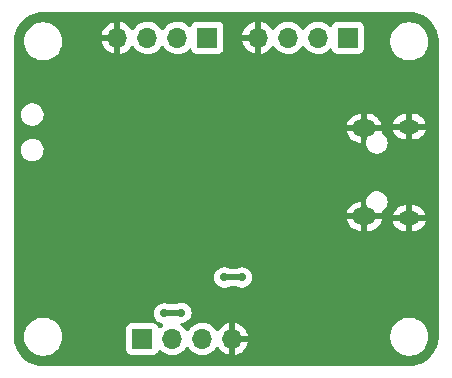
<source format=gbr>
%TF.GenerationSoftware,KiCad,Pcbnew,(6.0.7)*%
%TF.CreationDate,2022-08-14T12:50:59+03:00*%
%TF.ProjectId,STM32F103C8T6,53544d33-3246-4313-9033-433854362e6b,rev?*%
%TF.SameCoordinates,Original*%
%TF.FileFunction,Copper,L2,Bot*%
%TF.FilePolarity,Positive*%
%FSLAX46Y46*%
G04 Gerber Fmt 4.6, Leading zero omitted, Abs format (unit mm)*
G04 Created by KiCad (PCBNEW (6.0.7)) date 2022-08-14 12:50:59*
%MOMM*%
%LPD*%
G01*
G04 APERTURE LIST*
%TA.AperFunction,ComponentPad*%
%ADD10R,1.700000X1.700000*%
%TD*%
%TA.AperFunction,ComponentPad*%
%ADD11O,1.700000X1.700000*%
%TD*%
%TA.AperFunction,ComponentPad*%
%ADD12O,2.000000X1.450000*%
%TD*%
%TA.AperFunction,ComponentPad*%
%ADD13O,1.800000X1.150000*%
%TD*%
%TA.AperFunction,ViaPad*%
%ADD14C,0.700000*%
%TD*%
%TA.AperFunction,Conductor*%
%ADD15C,0.500000*%
%TD*%
G04 APERTURE END LIST*
D10*
%TO.P,J1,1,Pin_1*%
%TO.N,+3.3V*%
X97900000Y-58700000D03*
D11*
%TO.P,J1,2,Pin_2*%
%TO.N,/USART_TX1*%
X95360000Y-58700000D03*
%TO.P,J1,3,Pin_3*%
%TO.N,/USART_RX1*%
X92820000Y-58700000D03*
%TO.P,J1,4,Pin_4*%
%TO.N,GND*%
X90280000Y-58700000D03*
%TD*%
D10*
%TO.P,J2,1,Pin_1*%
%TO.N,+3.3V*%
X92390000Y-84200000D03*
D11*
%TO.P,J2,2,Pin_2*%
%TO.N,/I2C2_SCL*%
X94930000Y-84200000D03*
%TO.P,J2,3,Pin_3*%
%TO.N,/I2C2_SDA*%
X97470000Y-84200000D03*
%TO.P,J2,4,Pin_4*%
%TO.N,GND*%
X100010000Y-84200000D03*
%TD*%
D10*
%TO.P,J3,1,Pin_1*%
%TO.N,+3.3V*%
X109800000Y-58700000D03*
D11*
%TO.P,J3,2,Pin_2*%
%TO.N,/SWDIO*%
X107260000Y-58700000D03*
%TO.P,J3,3,Pin_3*%
%TO.N,/SWDCLK*%
X104720000Y-58700000D03*
%TO.P,J3,4,Pin_4*%
%TO.N,GND*%
X102180000Y-58700000D03*
%TD*%
D12*
%TO.P,J4,6,Shield*%
%TO.N,GND*%
X111200000Y-73825000D03*
X111200000Y-66375000D03*
D13*
X115000000Y-73975000D03*
X115000000Y-66225000D03*
%TD*%
D14*
%TO.N,GND*%
X108458000Y-78994000D03*
X91190000Y-67700000D03*
X93750000Y-67500000D03*
X112776000Y-76200000D03*
X96250000Y-68818000D03*
X91250000Y-78230000D03*
X87630000Y-72898000D03*
X83820000Y-66294000D03*
X92227183Y-70550781D03*
X108204000Y-74676000D03*
X109950498Y-68900000D03*
X108204000Y-73660000D03*
X91340000Y-76290000D03*
X116750000Y-77010000D03*
X100750000Y-74500000D03*
X109474000Y-78994000D03*
X89662000Y-67310000D03*
X105500000Y-69500000D03*
X95740000Y-72220000D03*
X97490000Y-77510000D03*
%TO.N,+3.3V*%
X94230500Y-82042000D03*
X99350500Y-78994000D03*
X100838000Y-78994000D03*
X95696240Y-81973004D03*
%TD*%
D15*
%TO.N,+3.3V*%
X100838000Y-78994000D02*
X99350500Y-78994000D01*
X95696240Y-81973004D02*
X94299496Y-81973004D01*
X94299496Y-81973004D02*
X94230500Y-82042000D01*
%TD*%
%TA.AperFunction,Conductor*%
%TO.N,GND*%
G36*
X114970018Y-56510000D02*
G01*
X114984851Y-56512310D01*
X114984855Y-56512310D01*
X114993724Y-56513691D01*
X115010923Y-56511442D01*
X115034863Y-56510609D01*
X115292710Y-56526206D01*
X115307814Y-56528040D01*
X115379786Y-56541229D01*
X115588760Y-56579525D01*
X115603526Y-56583164D01*
X115876231Y-56668142D01*
X115890445Y-56673534D01*
X116108223Y-56771547D01*
X116150906Y-56790757D01*
X116164379Y-56797828D01*
X116408813Y-56945595D01*
X116421334Y-56954238D01*
X116646171Y-57130385D01*
X116657560Y-57140475D01*
X116859525Y-57342440D01*
X116869614Y-57353828D01*
X116884770Y-57373173D01*
X117045762Y-57578666D01*
X117054405Y-57591187D01*
X117202172Y-57835621D01*
X117209242Y-57849092D01*
X117326466Y-58109555D01*
X117331858Y-58123769D01*
X117378071Y-58272072D01*
X117416836Y-58396473D01*
X117420475Y-58411240D01*
X117437881Y-58506221D01*
X117471960Y-58692186D01*
X117473794Y-58707290D01*
X117488953Y-58957904D01*
X117487692Y-58984716D01*
X117487690Y-58984852D01*
X117486309Y-58993724D01*
X117487473Y-59002626D01*
X117487473Y-59002628D01*
X117490436Y-59025283D01*
X117491500Y-59041621D01*
X117491500Y-83950633D01*
X117490000Y-83970018D01*
X117487690Y-83984851D01*
X117487690Y-83984855D01*
X117486309Y-83993724D01*
X117488558Y-84010919D01*
X117489391Y-84034863D01*
X117473794Y-84292710D01*
X117471960Y-84307814D01*
X117436162Y-84503164D01*
X117420477Y-84588754D01*
X117416836Y-84603526D01*
X117332342Y-84874678D01*
X117331859Y-84876227D01*
X117326466Y-84890445D01*
X117212303Y-85144106D01*
X117209243Y-85150906D01*
X117202172Y-85164379D01*
X117054405Y-85408813D01*
X117045762Y-85421334D01*
X116869615Y-85646171D01*
X116859525Y-85657560D01*
X116657560Y-85859525D01*
X116646171Y-85869615D01*
X116421334Y-86045762D01*
X116408813Y-86054405D01*
X116164379Y-86202172D01*
X116150908Y-86209242D01*
X115890445Y-86326466D01*
X115876231Y-86331858D01*
X115603527Y-86416836D01*
X115588760Y-86420475D01*
X115379786Y-86458771D01*
X115307814Y-86471960D01*
X115292710Y-86473794D01*
X115042096Y-86488953D01*
X115015284Y-86487692D01*
X115015148Y-86487690D01*
X115006276Y-86486309D01*
X114997374Y-86487473D01*
X114997372Y-86487473D01*
X114982707Y-86489391D01*
X114974714Y-86490436D01*
X114958379Y-86491500D01*
X84049367Y-86491500D01*
X84029982Y-86490000D01*
X84015149Y-86487690D01*
X84015145Y-86487690D01*
X84006276Y-86486309D01*
X83989077Y-86488558D01*
X83965137Y-86489391D01*
X83707290Y-86473794D01*
X83692186Y-86471960D01*
X83620214Y-86458771D01*
X83411240Y-86420475D01*
X83396473Y-86416836D01*
X83123769Y-86331858D01*
X83109555Y-86326466D01*
X82849092Y-86209242D01*
X82835621Y-86202172D01*
X82591187Y-86054405D01*
X82578666Y-86045762D01*
X82353829Y-85869615D01*
X82342440Y-85859525D01*
X82140475Y-85657560D01*
X82130385Y-85646171D01*
X81954238Y-85421334D01*
X81945595Y-85408813D01*
X81797828Y-85164379D01*
X81790757Y-85150906D01*
X81787697Y-85144106D01*
X81673534Y-84890445D01*
X81668141Y-84876227D01*
X81667659Y-84874678D01*
X81583164Y-84603526D01*
X81579523Y-84588754D01*
X81563839Y-84503164D01*
X81528040Y-84307814D01*
X81526206Y-84292710D01*
X81511269Y-84045768D01*
X81512520Y-84022216D01*
X81512334Y-84022199D01*
X81512769Y-84017350D01*
X81513576Y-84012552D01*
X81513729Y-84000000D01*
X82386526Y-84000000D01*
X82406391Y-84252403D01*
X82407545Y-84257210D01*
X82407546Y-84257216D01*
X82417894Y-84300317D01*
X82465495Y-84498591D01*
X82467388Y-84503162D01*
X82467389Y-84503164D01*
X82547543Y-84696672D01*
X82562384Y-84732502D01*
X82694672Y-84948376D01*
X82859102Y-85140898D01*
X83051624Y-85305328D01*
X83267498Y-85437616D01*
X83272068Y-85439509D01*
X83272072Y-85439511D01*
X83496228Y-85532359D01*
X83501409Y-85534505D01*
X83580809Y-85553567D01*
X83742784Y-85592454D01*
X83742790Y-85592455D01*
X83747597Y-85593609D01*
X83847416Y-85601465D01*
X83934345Y-85608307D01*
X83934352Y-85608307D01*
X83936801Y-85608500D01*
X84063199Y-85608500D01*
X84065648Y-85608307D01*
X84065655Y-85608307D01*
X84152584Y-85601465D01*
X84252403Y-85593609D01*
X84257210Y-85592455D01*
X84257216Y-85592454D01*
X84419191Y-85553567D01*
X84498591Y-85534505D01*
X84503772Y-85532359D01*
X84727928Y-85439511D01*
X84727932Y-85439509D01*
X84732502Y-85437616D01*
X84948376Y-85305328D01*
X85140898Y-85140898D01*
X85177422Y-85098134D01*
X91031500Y-85098134D01*
X91038255Y-85160316D01*
X91089385Y-85296705D01*
X91176739Y-85413261D01*
X91293295Y-85500615D01*
X91429684Y-85551745D01*
X91491866Y-85558500D01*
X93288134Y-85558500D01*
X93350316Y-85551745D01*
X93486705Y-85500615D01*
X93603261Y-85413261D01*
X93690615Y-85296705D01*
X93712799Y-85237529D01*
X93734598Y-85179382D01*
X93777240Y-85122618D01*
X93843802Y-85097918D01*
X93913150Y-85113126D01*
X93947817Y-85141114D01*
X93976250Y-85173938D01*
X94148126Y-85316632D01*
X94341000Y-85429338D01*
X94549692Y-85509030D01*
X94554760Y-85510061D01*
X94554763Y-85510062D01*
X94649862Y-85529410D01*
X94768597Y-85553567D01*
X94773772Y-85553757D01*
X94773774Y-85553757D01*
X94986673Y-85561564D01*
X94986677Y-85561564D01*
X94991837Y-85561753D01*
X94996957Y-85561097D01*
X94996959Y-85561097D01*
X95208288Y-85534025D01*
X95208289Y-85534025D01*
X95213416Y-85533368D01*
X95218366Y-85531883D01*
X95422429Y-85470661D01*
X95422434Y-85470659D01*
X95427384Y-85469174D01*
X95627994Y-85370896D01*
X95809860Y-85241173D01*
X95968096Y-85083489D01*
X96098453Y-84902077D01*
X96099776Y-84903028D01*
X96146645Y-84859857D01*
X96216580Y-84847625D01*
X96282026Y-84875144D01*
X96309875Y-84906994D01*
X96369987Y-85005088D01*
X96516250Y-85173938D01*
X96688126Y-85316632D01*
X96881000Y-85429338D01*
X97089692Y-85509030D01*
X97094760Y-85510061D01*
X97094763Y-85510062D01*
X97189862Y-85529410D01*
X97308597Y-85553567D01*
X97313772Y-85553757D01*
X97313774Y-85553757D01*
X97526673Y-85561564D01*
X97526677Y-85561564D01*
X97531837Y-85561753D01*
X97536957Y-85561097D01*
X97536959Y-85561097D01*
X97748288Y-85534025D01*
X97748289Y-85534025D01*
X97753416Y-85533368D01*
X97758366Y-85531883D01*
X97962429Y-85470661D01*
X97962434Y-85470659D01*
X97967384Y-85469174D01*
X98167994Y-85370896D01*
X98349860Y-85241173D01*
X98508096Y-85083489D01*
X98638453Y-84902077D01*
X98639640Y-84902930D01*
X98686960Y-84859362D01*
X98756897Y-84847145D01*
X98822338Y-84874678D01*
X98850166Y-84906511D01*
X98907694Y-85000388D01*
X98913777Y-85008699D01*
X99053213Y-85169667D01*
X99060580Y-85176883D01*
X99224434Y-85312916D01*
X99232881Y-85318831D01*
X99416756Y-85426279D01*
X99426042Y-85430729D01*
X99625001Y-85506703D01*
X99634899Y-85509579D01*
X99738250Y-85530606D01*
X99752299Y-85529410D01*
X99756000Y-85519065D01*
X99756000Y-85518517D01*
X100264000Y-85518517D01*
X100268064Y-85532359D01*
X100281478Y-85534393D01*
X100288184Y-85533534D01*
X100298262Y-85531392D01*
X100502255Y-85470191D01*
X100511842Y-85466433D01*
X100703095Y-85372739D01*
X100711945Y-85367464D01*
X100885328Y-85243792D01*
X100893200Y-85237139D01*
X101044052Y-85086812D01*
X101050730Y-85078965D01*
X101175003Y-84906020D01*
X101180313Y-84897183D01*
X101274670Y-84706267D01*
X101278469Y-84696672D01*
X101340377Y-84492910D01*
X101342555Y-84482837D01*
X101343986Y-84471962D01*
X101341775Y-84457778D01*
X101328617Y-84454000D01*
X100282115Y-84454000D01*
X100266876Y-84458475D01*
X100265671Y-84459865D01*
X100264000Y-84467548D01*
X100264000Y-85518517D01*
X99756000Y-85518517D01*
X99756000Y-84000000D01*
X113386526Y-84000000D01*
X113406391Y-84252403D01*
X113407545Y-84257210D01*
X113407546Y-84257216D01*
X113417894Y-84300317D01*
X113465495Y-84498591D01*
X113467388Y-84503162D01*
X113467389Y-84503164D01*
X113547543Y-84696672D01*
X113562384Y-84732502D01*
X113694672Y-84948376D01*
X113859102Y-85140898D01*
X114051624Y-85305328D01*
X114267498Y-85437616D01*
X114272068Y-85439509D01*
X114272072Y-85439511D01*
X114496228Y-85532359D01*
X114501409Y-85534505D01*
X114580809Y-85553567D01*
X114742784Y-85592454D01*
X114742790Y-85592455D01*
X114747597Y-85593609D01*
X114847416Y-85601465D01*
X114934345Y-85608307D01*
X114934352Y-85608307D01*
X114936801Y-85608500D01*
X115063199Y-85608500D01*
X115065648Y-85608307D01*
X115065655Y-85608307D01*
X115152584Y-85601465D01*
X115252403Y-85593609D01*
X115257210Y-85592455D01*
X115257216Y-85592454D01*
X115419191Y-85553567D01*
X115498591Y-85534505D01*
X115503772Y-85532359D01*
X115727928Y-85439511D01*
X115727932Y-85439509D01*
X115732502Y-85437616D01*
X115948376Y-85305328D01*
X116140898Y-85140898D01*
X116305328Y-84948376D01*
X116437616Y-84732502D01*
X116452458Y-84696672D01*
X116532611Y-84503164D01*
X116532612Y-84503162D01*
X116534505Y-84498591D01*
X116582106Y-84300317D01*
X116592454Y-84257216D01*
X116592455Y-84257210D01*
X116593609Y-84252403D01*
X116613474Y-84000000D01*
X116593609Y-83747597D01*
X116584921Y-83711406D01*
X116539447Y-83521993D01*
X116534505Y-83501409D01*
X116470432Y-83346722D01*
X116439511Y-83272072D01*
X116439509Y-83272068D01*
X116437616Y-83267498D01*
X116305328Y-83051624D01*
X116140898Y-82859102D01*
X115948376Y-82694672D01*
X115732502Y-82562384D01*
X115727932Y-82560491D01*
X115727928Y-82560489D01*
X115503164Y-82467389D01*
X115503162Y-82467388D01*
X115498591Y-82465495D01*
X115413968Y-82445179D01*
X115257216Y-82407546D01*
X115257210Y-82407545D01*
X115252403Y-82406391D01*
X115152584Y-82398535D01*
X115065655Y-82391693D01*
X115065648Y-82391693D01*
X115063199Y-82391500D01*
X114936801Y-82391500D01*
X114934352Y-82391693D01*
X114934345Y-82391693D01*
X114847416Y-82398535D01*
X114747597Y-82406391D01*
X114742790Y-82407545D01*
X114742784Y-82407546D01*
X114586032Y-82445179D01*
X114501409Y-82465495D01*
X114496838Y-82467388D01*
X114496836Y-82467389D01*
X114272072Y-82560489D01*
X114272068Y-82560491D01*
X114267498Y-82562384D01*
X114051624Y-82694672D01*
X113859102Y-82859102D01*
X113694672Y-83051624D01*
X113562384Y-83267498D01*
X113560491Y-83272068D01*
X113560489Y-83272072D01*
X113529568Y-83346722D01*
X113465495Y-83501409D01*
X113460553Y-83521993D01*
X113415080Y-83711406D01*
X113406391Y-83747597D01*
X113386526Y-84000000D01*
X99756000Y-84000000D01*
X99756000Y-83927885D01*
X100264000Y-83927885D01*
X100268475Y-83943124D01*
X100269865Y-83944329D01*
X100277548Y-83946000D01*
X101328344Y-83946000D01*
X101341875Y-83942027D01*
X101343180Y-83932947D01*
X101301214Y-83765875D01*
X101297894Y-83756124D01*
X101212972Y-83560814D01*
X101208105Y-83551739D01*
X101092426Y-83372926D01*
X101086136Y-83364757D01*
X100942806Y-83207240D01*
X100935273Y-83200215D01*
X100768139Y-83068222D01*
X100759552Y-83062517D01*
X100573117Y-82959599D01*
X100563705Y-82955369D01*
X100362959Y-82884280D01*
X100352988Y-82881646D01*
X100281837Y-82868972D01*
X100268540Y-82870432D01*
X100264000Y-82884989D01*
X100264000Y-83927885D01*
X99756000Y-83927885D01*
X99756000Y-82883102D01*
X99752082Y-82869758D01*
X99737806Y-82867771D01*
X99699324Y-82873660D01*
X99689288Y-82876051D01*
X99486868Y-82942212D01*
X99477359Y-82946209D01*
X99288463Y-83044542D01*
X99279738Y-83050036D01*
X99109433Y-83177905D01*
X99101726Y-83184748D01*
X98954590Y-83338717D01*
X98948109Y-83346722D01*
X98843498Y-83500074D01*
X98788587Y-83545076D01*
X98718062Y-83553247D01*
X98654315Y-83521993D01*
X98633618Y-83497509D01*
X98552822Y-83372617D01*
X98552820Y-83372614D01*
X98550014Y-83368277D01*
X98399670Y-83203051D01*
X98395619Y-83199852D01*
X98395615Y-83199848D01*
X98228414Y-83067800D01*
X98228410Y-83067798D01*
X98224359Y-83064598D01*
X98188028Y-83044542D01*
X98172136Y-83035769D01*
X98028789Y-82956638D01*
X98023920Y-82954914D01*
X98023916Y-82954912D01*
X97823087Y-82883795D01*
X97823083Y-82883794D01*
X97818212Y-82882069D01*
X97813119Y-82881162D01*
X97813116Y-82881161D01*
X97603373Y-82843800D01*
X97603367Y-82843799D01*
X97598284Y-82842894D01*
X97524452Y-82841992D01*
X97380081Y-82840228D01*
X97380079Y-82840228D01*
X97374911Y-82840165D01*
X97154091Y-82873955D01*
X96941756Y-82943357D01*
X96868757Y-82981358D01*
X96817398Y-83008094D01*
X96743607Y-83046507D01*
X96739474Y-83049610D01*
X96739471Y-83049612D01*
X96569100Y-83177530D01*
X96564965Y-83180635D01*
X96561393Y-83184373D01*
X96453729Y-83297037D01*
X96410629Y-83342138D01*
X96303201Y-83499621D01*
X96248293Y-83544621D01*
X96177768Y-83552792D01*
X96114021Y-83521538D01*
X96093324Y-83497054D01*
X96012822Y-83372617D01*
X96012820Y-83372614D01*
X96010014Y-83368277D01*
X95859670Y-83203051D01*
X95855619Y-83199852D01*
X95855615Y-83199848D01*
X95688419Y-83067804D01*
X95688413Y-83067800D01*
X95684359Y-83064598D01*
X95680269Y-83062340D01*
X95634693Y-83008094D01*
X95625661Y-82937675D01*
X95656135Y-82873551D01*
X95716438Y-82836081D01*
X95750091Y-82831504D01*
X95786472Y-82831504D01*
X95792925Y-82830132D01*
X95792929Y-82830132D01*
X95874732Y-82812744D01*
X95962992Y-82793984D01*
X96103324Y-82731504D01*
X96121825Y-82723267D01*
X96121827Y-82723266D01*
X96127855Y-82720582D01*
X96133197Y-82716701D01*
X96268509Y-82618391D01*
X96268511Y-82618389D01*
X96273853Y-82614508D01*
X96394607Y-82480397D01*
X96484839Y-82324111D01*
X96540605Y-82152479D01*
X96559469Y-81973004D01*
X96540605Y-81793529D01*
X96484839Y-81621897D01*
X96394607Y-81465611D01*
X96273853Y-81331500D01*
X96228162Y-81298303D01*
X96133197Y-81229307D01*
X96133196Y-81229306D01*
X96127855Y-81225426D01*
X96121827Y-81222742D01*
X96121825Y-81222741D01*
X95969023Y-81154709D01*
X95969021Y-81154709D01*
X95962992Y-81152024D01*
X95874732Y-81133264D01*
X95792929Y-81115876D01*
X95792925Y-81115876D01*
X95786472Y-81114504D01*
X95606008Y-81114504D01*
X95599555Y-81115876D01*
X95599551Y-81115876D01*
X95517748Y-81133264D01*
X95429488Y-81152024D01*
X95423459Y-81154708D01*
X95423457Y-81154709D01*
X95313623Y-81203611D01*
X95262374Y-81214504D01*
X94479841Y-81214504D01*
X94453644Y-81211751D01*
X94327189Y-81184872D01*
X94327185Y-81184872D01*
X94320732Y-81183500D01*
X94140268Y-81183500D01*
X94133815Y-81184872D01*
X94133811Y-81184872D01*
X94052008Y-81202260D01*
X93963748Y-81221020D01*
X93957719Y-81223704D01*
X93957717Y-81223705D01*
X93804916Y-81291737D01*
X93804914Y-81291738D01*
X93798886Y-81294422D01*
X93793545Y-81298302D01*
X93793544Y-81298303D01*
X93658231Y-81396613D01*
X93658229Y-81396615D01*
X93652887Y-81400496D01*
X93532133Y-81534607D01*
X93441901Y-81690893D01*
X93386135Y-81862525D01*
X93367271Y-82042000D01*
X93386135Y-82221475D01*
X93441901Y-82393107D01*
X93445204Y-82398829D01*
X93445205Y-82398830D01*
X93450237Y-82407546D01*
X93532133Y-82549393D01*
X93536551Y-82554300D01*
X93536552Y-82554301D01*
X93586341Y-82609597D01*
X93652887Y-82683504D01*
X93658229Y-82687385D01*
X93658231Y-82687387D01*
X93703920Y-82720582D01*
X93798885Y-82789578D01*
X93804913Y-82792262D01*
X93804915Y-82792263D01*
X93957717Y-82860295D01*
X93963748Y-82862980D01*
X93970203Y-82864352D01*
X93970206Y-82864353D01*
X94070121Y-82885590D01*
X94132595Y-82919318D01*
X94166917Y-82981467D01*
X94162189Y-83052307D01*
X94119578Y-83109597D01*
X94029100Y-83177530D01*
X94024965Y-83180635D01*
X93945990Y-83263278D01*
X93944283Y-83265064D01*
X93882759Y-83300494D01*
X93811846Y-83297037D01*
X93754060Y-83255791D01*
X93735207Y-83222243D01*
X93693767Y-83111703D01*
X93690615Y-83103295D01*
X93603261Y-82986739D01*
X93486705Y-82899385D01*
X93350316Y-82848255D01*
X93288134Y-82841500D01*
X91491866Y-82841500D01*
X91429684Y-82848255D01*
X91293295Y-82899385D01*
X91176739Y-82986739D01*
X91089385Y-83103295D01*
X91038255Y-83239684D01*
X91031500Y-83301866D01*
X91031500Y-85098134D01*
X85177422Y-85098134D01*
X85305328Y-84948376D01*
X85437616Y-84732502D01*
X85452458Y-84696672D01*
X85532611Y-84503164D01*
X85532612Y-84503162D01*
X85534505Y-84498591D01*
X85582106Y-84300317D01*
X85592454Y-84257216D01*
X85592455Y-84257210D01*
X85593609Y-84252403D01*
X85613474Y-84000000D01*
X85593609Y-83747597D01*
X85584921Y-83711406D01*
X85539447Y-83521993D01*
X85534505Y-83501409D01*
X85470432Y-83346722D01*
X85439511Y-83272072D01*
X85439509Y-83272068D01*
X85437616Y-83267498D01*
X85305328Y-83051624D01*
X85140898Y-82859102D01*
X84948376Y-82694672D01*
X84732502Y-82562384D01*
X84727932Y-82560491D01*
X84727928Y-82560489D01*
X84503164Y-82467389D01*
X84503162Y-82467388D01*
X84498591Y-82465495D01*
X84413968Y-82445179D01*
X84257216Y-82407546D01*
X84257210Y-82407545D01*
X84252403Y-82406391D01*
X84152584Y-82398535D01*
X84065655Y-82391693D01*
X84065648Y-82391693D01*
X84063199Y-82391500D01*
X83936801Y-82391500D01*
X83934352Y-82391693D01*
X83934345Y-82391693D01*
X83847416Y-82398535D01*
X83747597Y-82406391D01*
X83742790Y-82407545D01*
X83742784Y-82407546D01*
X83586032Y-82445179D01*
X83501409Y-82465495D01*
X83496838Y-82467388D01*
X83496836Y-82467389D01*
X83272072Y-82560489D01*
X83272068Y-82560491D01*
X83267498Y-82562384D01*
X83051624Y-82694672D01*
X82859102Y-82859102D01*
X82694672Y-83051624D01*
X82562384Y-83267498D01*
X82560491Y-83272068D01*
X82560489Y-83272072D01*
X82529568Y-83346722D01*
X82465495Y-83501409D01*
X82460553Y-83521993D01*
X82415080Y-83711406D01*
X82406391Y-83747597D01*
X82386526Y-84000000D01*
X81513729Y-84000000D01*
X81509773Y-83972376D01*
X81508500Y-83954514D01*
X81508500Y-78994000D01*
X98487271Y-78994000D01*
X98506135Y-79173475D01*
X98561901Y-79345107D01*
X98652133Y-79501393D01*
X98772887Y-79635504D01*
X98918885Y-79741578D01*
X98924913Y-79744262D01*
X98924915Y-79744263D01*
X98943416Y-79752500D01*
X99083748Y-79814980D01*
X99172008Y-79833740D01*
X99253811Y-79851128D01*
X99253815Y-79851128D01*
X99260268Y-79852500D01*
X99440732Y-79852500D01*
X99447185Y-79851128D01*
X99447189Y-79851128D01*
X99528992Y-79833740D01*
X99617252Y-79814980D01*
X99733118Y-79763393D01*
X99784367Y-79752500D01*
X100404133Y-79752500D01*
X100455382Y-79763393D01*
X100571248Y-79814980D01*
X100659508Y-79833740D01*
X100741311Y-79851128D01*
X100741315Y-79851128D01*
X100747768Y-79852500D01*
X100928232Y-79852500D01*
X100934685Y-79851128D01*
X100934689Y-79851128D01*
X101016492Y-79833740D01*
X101104752Y-79814980D01*
X101245084Y-79752500D01*
X101263585Y-79744263D01*
X101263587Y-79744262D01*
X101269615Y-79741578D01*
X101415613Y-79635504D01*
X101536367Y-79501393D01*
X101626599Y-79345107D01*
X101682365Y-79173475D01*
X101701229Y-78994000D01*
X101682365Y-78814525D01*
X101626599Y-78642893D01*
X101536367Y-78486607D01*
X101415613Y-78352496D01*
X101269615Y-78246422D01*
X101263587Y-78243738D01*
X101263585Y-78243737D01*
X101110783Y-78175705D01*
X101110781Y-78175705D01*
X101104752Y-78173020D01*
X101016492Y-78154260D01*
X100934689Y-78136872D01*
X100934685Y-78136872D01*
X100928232Y-78135500D01*
X100747768Y-78135500D01*
X100741315Y-78136872D01*
X100741311Y-78136872D01*
X100659508Y-78154260D01*
X100571248Y-78173020D01*
X100565219Y-78175704D01*
X100565217Y-78175705D01*
X100455383Y-78224607D01*
X100404134Y-78235500D01*
X99784367Y-78235500D01*
X99733118Y-78224607D01*
X99623283Y-78175705D01*
X99623281Y-78175705D01*
X99617252Y-78173020D01*
X99528992Y-78154260D01*
X99447189Y-78136872D01*
X99447185Y-78136872D01*
X99440732Y-78135500D01*
X99260268Y-78135500D01*
X99253815Y-78136872D01*
X99253811Y-78136872D01*
X99172008Y-78154260D01*
X99083748Y-78173020D01*
X99077719Y-78175704D01*
X99077717Y-78175705D01*
X98924916Y-78243737D01*
X98924914Y-78243738D01*
X98918886Y-78246422D01*
X98913545Y-78250302D01*
X98913544Y-78250303D01*
X98778231Y-78348613D01*
X98778229Y-78348615D01*
X98772887Y-78352496D01*
X98652133Y-78486607D01*
X98561901Y-78642893D01*
X98506135Y-78814525D01*
X98487271Y-78994000D01*
X81508500Y-78994000D01*
X81508500Y-74090670D01*
X109716616Y-74090670D01*
X109777138Y-74287400D01*
X109781359Y-74297744D01*
X109877164Y-74483362D01*
X109883149Y-74492793D01*
X110010314Y-74658517D01*
X110017870Y-74666734D01*
X110172369Y-74807318D01*
X110181268Y-74814072D01*
X110358211Y-74925069D01*
X110368177Y-74930146D01*
X110561969Y-75008050D01*
X110572684Y-75011285D01*
X110778186Y-75053843D01*
X110787322Y-75055046D01*
X110836735Y-75057895D01*
X110840382Y-75058000D01*
X110927885Y-75058000D01*
X110943124Y-75053525D01*
X110944329Y-75052135D01*
X110946000Y-75044452D01*
X110946000Y-75039885D01*
X111454000Y-75039885D01*
X111458475Y-75055124D01*
X111459865Y-75056329D01*
X111467548Y-75058000D01*
X111528041Y-75058000D01*
X111533636Y-75057751D01*
X111688633Y-75043917D01*
X111699647Y-75041935D01*
X111901116Y-74986820D01*
X111911589Y-74982926D01*
X112100123Y-74892999D01*
X112109738Y-74887313D01*
X112279365Y-74765424D01*
X112287831Y-74758116D01*
X112433191Y-74608117D01*
X112440221Y-74599435D01*
X112556728Y-74426055D01*
X112562107Y-74416269D01*
X112638431Y-74242399D01*
X113625428Y-74242399D01*
X113644940Y-74323361D01*
X113648829Y-74334656D01*
X113729400Y-74511863D01*
X113735347Y-74522205D01*
X113847979Y-74680987D01*
X113855772Y-74690016D01*
X113996393Y-74824631D01*
X114005768Y-74832035D01*
X114169292Y-74937620D01*
X114179906Y-74943121D01*
X114360449Y-75015883D01*
X114371898Y-75019275D01*
X114564391Y-75056866D01*
X114573201Y-75057936D01*
X114575828Y-75058000D01*
X114727885Y-75058000D01*
X114743124Y-75053525D01*
X114744329Y-75052135D01*
X114746000Y-75044452D01*
X114746000Y-75039885D01*
X115254000Y-75039885D01*
X115258475Y-75055124D01*
X115259865Y-75056329D01*
X115267548Y-75058000D01*
X115373637Y-75058000D01*
X115379613Y-75057715D01*
X115524745Y-75043868D01*
X115536480Y-75041609D01*
X115723268Y-74986812D01*
X115734351Y-74982379D01*
X115907406Y-74893249D01*
X115917461Y-74886793D01*
X116070537Y-74766551D01*
X116079190Y-74758311D01*
X116206760Y-74611299D01*
X116213702Y-74601567D01*
X116311177Y-74433076D01*
X116316150Y-74422215D01*
X116379065Y-74241038D01*
X116377918Y-74232993D01*
X116364349Y-74229000D01*
X115272115Y-74229000D01*
X115256876Y-74233475D01*
X115255671Y-74234865D01*
X115254000Y-74242548D01*
X115254000Y-75039885D01*
X114746000Y-75039885D01*
X114746000Y-74247115D01*
X114741525Y-74231876D01*
X114740135Y-74230671D01*
X114732452Y-74229000D01*
X113640314Y-74229000D01*
X113626783Y-74232973D01*
X113625428Y-74242399D01*
X112638431Y-74242399D01*
X112646067Y-74225004D01*
X112649632Y-74214412D01*
X112677912Y-74096615D01*
X112677207Y-74082530D01*
X112668328Y-74079000D01*
X111472115Y-74079000D01*
X111456876Y-74083475D01*
X111455671Y-74084865D01*
X111454000Y-74092548D01*
X111454000Y-75039885D01*
X110946000Y-75039885D01*
X110946000Y-74097115D01*
X110941525Y-74081876D01*
X110940135Y-74080671D01*
X110932452Y-74079000D01*
X109731774Y-74079000D01*
X109717790Y-74083106D01*
X109716616Y-74090670D01*
X81508500Y-74090670D01*
X81508500Y-73708962D01*
X113620935Y-73708962D01*
X113622082Y-73717007D01*
X113635651Y-73721000D01*
X114727885Y-73721000D01*
X114743124Y-73716525D01*
X114744329Y-73715135D01*
X114746000Y-73707452D01*
X114746000Y-73702885D01*
X115254000Y-73702885D01*
X115258475Y-73718124D01*
X115259865Y-73719329D01*
X115267548Y-73721000D01*
X116359686Y-73721000D01*
X116373217Y-73717027D01*
X116374572Y-73707601D01*
X116355060Y-73626639D01*
X116351171Y-73615344D01*
X116270600Y-73438137D01*
X116264653Y-73427795D01*
X116152021Y-73269013D01*
X116144228Y-73259984D01*
X116003607Y-73125369D01*
X115994232Y-73117965D01*
X115830708Y-73012380D01*
X115820094Y-73006879D01*
X115639551Y-72934117D01*
X115628102Y-72930725D01*
X115435609Y-72893134D01*
X115426799Y-72892064D01*
X115424172Y-72892000D01*
X115272115Y-72892000D01*
X115256876Y-72896475D01*
X115255671Y-72897865D01*
X115254000Y-72905548D01*
X115254000Y-73702885D01*
X114746000Y-73702885D01*
X114746000Y-72910115D01*
X114741525Y-72894876D01*
X114740135Y-72893671D01*
X114732452Y-72892000D01*
X114626363Y-72892000D01*
X114620387Y-72892285D01*
X114475255Y-72906132D01*
X114463520Y-72908391D01*
X114276732Y-72963188D01*
X114265649Y-72967621D01*
X114092594Y-73056751D01*
X114082539Y-73063207D01*
X113929463Y-73183449D01*
X113920810Y-73191689D01*
X113793240Y-73338701D01*
X113786298Y-73348433D01*
X113688823Y-73516924D01*
X113683850Y-73527785D01*
X113620935Y-73708962D01*
X81508500Y-73708962D01*
X81508500Y-73553385D01*
X109722088Y-73553385D01*
X109722793Y-73567470D01*
X109731672Y-73571000D01*
X110927885Y-73571000D01*
X110943124Y-73566525D01*
X110944329Y-73565135D01*
X110946000Y-73557452D01*
X110946000Y-72610115D01*
X110943030Y-72600000D01*
X111336496Y-72600000D01*
X111356458Y-72789928D01*
X111415473Y-72971556D01*
X111418776Y-72977278D01*
X111418777Y-72977279D01*
X111437119Y-73009048D01*
X111454000Y-73072048D01*
X111454000Y-73552885D01*
X111458475Y-73568124D01*
X111459865Y-73569329D01*
X111467548Y-73571000D01*
X112668226Y-73571000D01*
X112682210Y-73566894D01*
X112683384Y-73559331D01*
X112671833Y-73521785D01*
X112670920Y-73450794D01*
X112708533Y-73390579D01*
X112718202Y-73382799D01*
X112861253Y-73278866D01*
X112870125Y-73269013D01*
X112984621Y-73141852D01*
X112984622Y-73141851D01*
X112989040Y-73136944D01*
X113084527Y-72971556D01*
X113143542Y-72789928D01*
X113163504Y-72600000D01*
X113143542Y-72410072D01*
X113084527Y-72228444D01*
X112989040Y-72063056D01*
X112861253Y-71921134D01*
X112706752Y-71808882D01*
X112700724Y-71806198D01*
X112700722Y-71806197D01*
X112538319Y-71733891D01*
X112538318Y-71733891D01*
X112532288Y-71731206D01*
X112438888Y-71711353D01*
X112351944Y-71692872D01*
X112351939Y-71692872D01*
X112345487Y-71691500D01*
X112154513Y-71691500D01*
X112148061Y-71692872D01*
X112148056Y-71692872D01*
X112061112Y-71711353D01*
X111967712Y-71731206D01*
X111961682Y-71733891D01*
X111961681Y-71733891D01*
X111799278Y-71806197D01*
X111799276Y-71806198D01*
X111793248Y-71808882D01*
X111638747Y-71921134D01*
X111510960Y-72063056D01*
X111415473Y-72228444D01*
X111356458Y-72410072D01*
X111336496Y-72600000D01*
X110943030Y-72600000D01*
X110941525Y-72594876D01*
X110940135Y-72593671D01*
X110932452Y-72592000D01*
X110871959Y-72592000D01*
X110866364Y-72592249D01*
X110711367Y-72606083D01*
X110700353Y-72608065D01*
X110498884Y-72663180D01*
X110488411Y-72667074D01*
X110299877Y-72757001D01*
X110290262Y-72762687D01*
X110120635Y-72884576D01*
X110112169Y-72891884D01*
X109966809Y-73041883D01*
X109959779Y-73050565D01*
X109843272Y-73223945D01*
X109837893Y-73233731D01*
X109753933Y-73424996D01*
X109750368Y-73435588D01*
X109722088Y-73553385D01*
X81508500Y-73553385D01*
X81508500Y-68247064D01*
X82107707Y-68247064D01*
X82136825Y-68439599D01*
X82139028Y-68445585D01*
X82139029Y-68445591D01*
X82201860Y-68616360D01*
X82201862Y-68616365D01*
X82204063Y-68622346D01*
X82306674Y-68787840D01*
X82440466Y-68929322D01*
X82599975Y-69041011D01*
X82605838Y-69043548D01*
X82772825Y-69115810D01*
X82772829Y-69115811D01*
X82778684Y-69118345D01*
X82784931Y-69119650D01*
X82784934Y-69119651D01*
X82964557Y-69157176D01*
X82964562Y-69157177D01*
X82969293Y-69158165D01*
X82975685Y-69158500D01*
X83118663Y-69158500D01*
X83187951Y-69151462D01*
X83257378Y-69144410D01*
X83257379Y-69144410D01*
X83263727Y-69143765D01*
X83344843Y-69118345D01*
X83443451Y-69087444D01*
X83443456Y-69087442D01*
X83449541Y-69085535D01*
X83536475Y-69037346D01*
X83614271Y-68994223D01*
X83614274Y-68994221D01*
X83619850Y-68991130D01*
X83624691Y-68986981D01*
X83624695Y-68986978D01*
X83762855Y-68868560D01*
X83767698Y-68864409D01*
X83887046Y-68710547D01*
X83927779Y-68627768D01*
X83970200Y-68541556D01*
X83973018Y-68535829D01*
X83990122Y-68470166D01*
X84020492Y-68353575D01*
X84020492Y-68353572D01*
X84022102Y-68347393D01*
X84032293Y-68152936D01*
X84003175Y-67960401D01*
X84000972Y-67954415D01*
X84000971Y-67954409D01*
X83938140Y-67783640D01*
X83938138Y-67783635D01*
X83935937Y-67777654D01*
X83833326Y-67612160D01*
X83816581Y-67594452D01*
X83703919Y-67475315D01*
X83699534Y-67470678D01*
X83540025Y-67358989D01*
X83492013Y-67338212D01*
X83367175Y-67284190D01*
X83367171Y-67284189D01*
X83361316Y-67281655D01*
X83355069Y-67280350D01*
X83355066Y-67280349D01*
X83175443Y-67242824D01*
X83175438Y-67242823D01*
X83170707Y-67241835D01*
X83164315Y-67241500D01*
X83021337Y-67241500D01*
X82952049Y-67248538D01*
X82882622Y-67255590D01*
X82882621Y-67255590D01*
X82876273Y-67256235D01*
X82845486Y-67265883D01*
X82696549Y-67312556D01*
X82696544Y-67312558D01*
X82690459Y-67314465D01*
X82614713Y-67356452D01*
X82525729Y-67405777D01*
X82525726Y-67405779D01*
X82520150Y-67408870D01*
X82515309Y-67413019D01*
X82515305Y-67413022D01*
X82377145Y-67531440D01*
X82372302Y-67535591D01*
X82368391Y-67540633D01*
X82368390Y-67540634D01*
X82322341Y-67600000D01*
X82252954Y-67689453D01*
X82250138Y-67695176D01*
X82250136Y-67695179D01*
X82206608Y-67783640D01*
X82166982Y-67864171D01*
X82165373Y-67870349D01*
X82165372Y-67870351D01*
X82137520Y-67977279D01*
X82117898Y-68052607D01*
X82107707Y-68247064D01*
X81508500Y-68247064D01*
X81508500Y-66640670D01*
X109716616Y-66640670D01*
X109777138Y-66837400D01*
X109781359Y-66847744D01*
X109877164Y-67033362D01*
X109883149Y-67042793D01*
X110010314Y-67208517D01*
X110017870Y-67216734D01*
X110172369Y-67357318D01*
X110181268Y-67364072D01*
X110358211Y-67475069D01*
X110368177Y-67480146D01*
X110561969Y-67558050D01*
X110572684Y-67561285D01*
X110778186Y-67603843D01*
X110787322Y-67605046D01*
X110836735Y-67607895D01*
X110840382Y-67608000D01*
X110927885Y-67608000D01*
X110943124Y-67603525D01*
X110944329Y-67602135D01*
X110944793Y-67600000D01*
X111336496Y-67600000D01*
X111337186Y-67606565D01*
X111346500Y-67695179D01*
X111356458Y-67789928D01*
X111415473Y-67971556D01*
X111510960Y-68136944D01*
X111638747Y-68278866D01*
X111793248Y-68391118D01*
X111799276Y-68393802D01*
X111799278Y-68393803D01*
X111915597Y-68445591D01*
X111967712Y-68468794D01*
X112061112Y-68488647D01*
X112148056Y-68507128D01*
X112148061Y-68507128D01*
X112154513Y-68508500D01*
X112345487Y-68508500D01*
X112351939Y-68507128D01*
X112351944Y-68507128D01*
X112438888Y-68488647D01*
X112532288Y-68468794D01*
X112584403Y-68445591D01*
X112700722Y-68393803D01*
X112700724Y-68393802D01*
X112706752Y-68391118D01*
X112861253Y-68278866D01*
X112989040Y-68136944D01*
X113084527Y-67971556D01*
X113143542Y-67789928D01*
X113153501Y-67695179D01*
X113162814Y-67606565D01*
X113163504Y-67600000D01*
X113159095Y-67558050D01*
X113144232Y-67416635D01*
X113144232Y-67416633D01*
X113143542Y-67410072D01*
X113084527Y-67228444D01*
X112989040Y-67063056D01*
X112962304Y-67033362D01*
X112865675Y-66926045D01*
X112865674Y-66926044D01*
X112861253Y-66921134D01*
X112717135Y-66816426D01*
X112673782Y-66760205D01*
X112668678Y-66685077D01*
X112677912Y-66646615D01*
X112677207Y-66632530D01*
X112668328Y-66629000D01*
X111472115Y-66629000D01*
X111456876Y-66633475D01*
X111455671Y-66634865D01*
X111454000Y-66642548D01*
X111454000Y-67127952D01*
X111437119Y-67190952D01*
X111415473Y-67228444D01*
X111356458Y-67410072D01*
X111355768Y-67416633D01*
X111355768Y-67416635D01*
X111340905Y-67558050D01*
X111336496Y-67600000D01*
X110944793Y-67600000D01*
X110946000Y-67594452D01*
X110946000Y-66647115D01*
X110941525Y-66631876D01*
X110940135Y-66630671D01*
X110932452Y-66629000D01*
X109731774Y-66629000D01*
X109717790Y-66633106D01*
X109716616Y-66640670D01*
X81508500Y-66640670D01*
X81508500Y-66492399D01*
X113625428Y-66492399D01*
X113644940Y-66573361D01*
X113648829Y-66584656D01*
X113729400Y-66761863D01*
X113735347Y-66772205D01*
X113847979Y-66930987D01*
X113855772Y-66940016D01*
X113996393Y-67074631D01*
X114005768Y-67082035D01*
X114169292Y-67187620D01*
X114179906Y-67193121D01*
X114360449Y-67265883D01*
X114371898Y-67269275D01*
X114564391Y-67306866D01*
X114573201Y-67307936D01*
X114575828Y-67308000D01*
X114727885Y-67308000D01*
X114743124Y-67303525D01*
X114744329Y-67302135D01*
X114746000Y-67294452D01*
X114746000Y-67289885D01*
X115254000Y-67289885D01*
X115258475Y-67305124D01*
X115259865Y-67306329D01*
X115267548Y-67308000D01*
X115373637Y-67308000D01*
X115379613Y-67307715D01*
X115524745Y-67293868D01*
X115536480Y-67291609D01*
X115723268Y-67236812D01*
X115734351Y-67232379D01*
X115907406Y-67143249D01*
X115917461Y-67136793D01*
X116070537Y-67016551D01*
X116079190Y-67008311D01*
X116206760Y-66861299D01*
X116213702Y-66851567D01*
X116311177Y-66683076D01*
X116316150Y-66672215D01*
X116379065Y-66491038D01*
X116377918Y-66482993D01*
X116364349Y-66479000D01*
X115272115Y-66479000D01*
X115256876Y-66483475D01*
X115255671Y-66484865D01*
X115254000Y-66492548D01*
X115254000Y-67289885D01*
X114746000Y-67289885D01*
X114746000Y-66497115D01*
X114741525Y-66481876D01*
X114740135Y-66480671D01*
X114732452Y-66479000D01*
X113640314Y-66479000D01*
X113626783Y-66482973D01*
X113625428Y-66492399D01*
X81508500Y-66492399D01*
X81508500Y-65247064D01*
X82107707Y-65247064D01*
X82136825Y-65439599D01*
X82139028Y-65445585D01*
X82139029Y-65445591D01*
X82201860Y-65616360D01*
X82201862Y-65616365D01*
X82204063Y-65622346D01*
X82207425Y-65627768D01*
X82300440Y-65777785D01*
X82306674Y-65787840D01*
X82440466Y-65929322D01*
X82445696Y-65932984D01*
X82445697Y-65932985D01*
X82505695Y-65974996D01*
X82599975Y-66041011D01*
X82605838Y-66043548D01*
X82772825Y-66115810D01*
X82772829Y-66115811D01*
X82778684Y-66118345D01*
X82784931Y-66119650D01*
X82784934Y-66119651D01*
X82964557Y-66157176D01*
X82964562Y-66157177D01*
X82969293Y-66158165D01*
X82975685Y-66158500D01*
X83118663Y-66158500D01*
X83187951Y-66151462D01*
X83257378Y-66144410D01*
X83257379Y-66144410D01*
X83263727Y-66143765D01*
X83344843Y-66118345D01*
X83392582Y-66103385D01*
X109722088Y-66103385D01*
X109722793Y-66117470D01*
X109731672Y-66121000D01*
X110927885Y-66121000D01*
X110943124Y-66116525D01*
X110944329Y-66115135D01*
X110946000Y-66107452D01*
X110946000Y-66102885D01*
X111454000Y-66102885D01*
X111458475Y-66118124D01*
X111459865Y-66119329D01*
X111467548Y-66121000D01*
X112668226Y-66121000D01*
X112682210Y-66116894D01*
X112683384Y-66109330D01*
X112637125Y-65958962D01*
X113620935Y-65958962D01*
X113622082Y-65967007D01*
X113635651Y-65971000D01*
X114727885Y-65971000D01*
X114743124Y-65966525D01*
X114744329Y-65965135D01*
X114746000Y-65957452D01*
X114746000Y-65952885D01*
X115254000Y-65952885D01*
X115258475Y-65968124D01*
X115259865Y-65969329D01*
X115267548Y-65971000D01*
X116359686Y-65971000D01*
X116373217Y-65967027D01*
X116374572Y-65957601D01*
X116355060Y-65876639D01*
X116351171Y-65865344D01*
X116270600Y-65688137D01*
X116264653Y-65677795D01*
X116152021Y-65519013D01*
X116144228Y-65509984D01*
X116003607Y-65375369D01*
X115994232Y-65367965D01*
X115830708Y-65262380D01*
X115820094Y-65256879D01*
X115639551Y-65184117D01*
X115628102Y-65180725D01*
X115435609Y-65143134D01*
X115426799Y-65142064D01*
X115424172Y-65142000D01*
X115272115Y-65142000D01*
X115256876Y-65146475D01*
X115255671Y-65147865D01*
X115254000Y-65155548D01*
X115254000Y-65952885D01*
X114746000Y-65952885D01*
X114746000Y-65160115D01*
X114741525Y-65144876D01*
X114740135Y-65143671D01*
X114732452Y-65142000D01*
X114626363Y-65142000D01*
X114620387Y-65142285D01*
X114475255Y-65156132D01*
X114463520Y-65158391D01*
X114276732Y-65213188D01*
X114265649Y-65217621D01*
X114092594Y-65306751D01*
X114082539Y-65313207D01*
X113929463Y-65433449D01*
X113920810Y-65441689D01*
X113793240Y-65588701D01*
X113786298Y-65598433D01*
X113688823Y-65766924D01*
X113683850Y-65777785D01*
X113620935Y-65958962D01*
X112637125Y-65958962D01*
X112622862Y-65912600D01*
X112618641Y-65902256D01*
X112522836Y-65716638D01*
X112516851Y-65707207D01*
X112389686Y-65541483D01*
X112382130Y-65533266D01*
X112227631Y-65392682D01*
X112218732Y-65385928D01*
X112041789Y-65274931D01*
X112031823Y-65269854D01*
X111838031Y-65191950D01*
X111827316Y-65188715D01*
X111621814Y-65146157D01*
X111612678Y-65144954D01*
X111563265Y-65142105D01*
X111559618Y-65142000D01*
X111472115Y-65142000D01*
X111456876Y-65146475D01*
X111455671Y-65147865D01*
X111454000Y-65155548D01*
X111454000Y-66102885D01*
X110946000Y-66102885D01*
X110946000Y-65160115D01*
X110941525Y-65144876D01*
X110940135Y-65143671D01*
X110932452Y-65142000D01*
X110871959Y-65142000D01*
X110866364Y-65142249D01*
X110711367Y-65156083D01*
X110700353Y-65158065D01*
X110498884Y-65213180D01*
X110488411Y-65217074D01*
X110299877Y-65307001D01*
X110290262Y-65312687D01*
X110120635Y-65434576D01*
X110112169Y-65441884D01*
X109966809Y-65591883D01*
X109959779Y-65600565D01*
X109843272Y-65773945D01*
X109837893Y-65783731D01*
X109753933Y-65974996D01*
X109750368Y-65985588D01*
X109722088Y-66103385D01*
X83392582Y-66103385D01*
X83443451Y-66087444D01*
X83443456Y-66087442D01*
X83449541Y-66085535D01*
X83536475Y-66037346D01*
X83614271Y-65994223D01*
X83614274Y-65994221D01*
X83619850Y-65991130D01*
X83624691Y-65986981D01*
X83624695Y-65986978D01*
X83762855Y-65868560D01*
X83767698Y-65864409D01*
X83830279Y-65783731D01*
X83883131Y-65715594D01*
X83887046Y-65710547D01*
X83898074Y-65688137D01*
X83970200Y-65541556D01*
X83973018Y-65535829D01*
X83979750Y-65509984D01*
X84020492Y-65353575D01*
X84020492Y-65353572D01*
X84022102Y-65347393D01*
X84028932Y-65217074D01*
X84031959Y-65159317D01*
X84031959Y-65159313D01*
X84032293Y-65152936D01*
X84003175Y-64960401D01*
X84000972Y-64954415D01*
X84000971Y-64954409D01*
X83938140Y-64783640D01*
X83938138Y-64783635D01*
X83935937Y-64777654D01*
X83833326Y-64612160D01*
X83699534Y-64470678D01*
X83540025Y-64358989D01*
X83492013Y-64338212D01*
X83367175Y-64284190D01*
X83367171Y-64284189D01*
X83361316Y-64281655D01*
X83355069Y-64280350D01*
X83355066Y-64280349D01*
X83175443Y-64242824D01*
X83175438Y-64242823D01*
X83170707Y-64241835D01*
X83164315Y-64241500D01*
X83021337Y-64241500D01*
X82952049Y-64248538D01*
X82882622Y-64255590D01*
X82882621Y-64255590D01*
X82876273Y-64256235D01*
X82819939Y-64273889D01*
X82696549Y-64312556D01*
X82696544Y-64312558D01*
X82690459Y-64314465D01*
X82614713Y-64356452D01*
X82525729Y-64405777D01*
X82525726Y-64405779D01*
X82520150Y-64408870D01*
X82515309Y-64413019D01*
X82515305Y-64413022D01*
X82452311Y-64467015D01*
X82372302Y-64535591D01*
X82252954Y-64689453D01*
X82250138Y-64695176D01*
X82250136Y-64695179D01*
X82206608Y-64783640D01*
X82166982Y-64864171D01*
X82165373Y-64870349D01*
X82165372Y-64870351D01*
X82143477Y-64954409D01*
X82117898Y-65052607D01*
X82117564Y-65058986D01*
X82109279Y-65217074D01*
X82107707Y-65247064D01*
X81508500Y-65247064D01*
X81508500Y-59053250D01*
X81510246Y-59032345D01*
X81512770Y-59017344D01*
X81512770Y-59017341D01*
X81513576Y-59012552D01*
X81513729Y-59000000D01*
X82386526Y-59000000D01*
X82406391Y-59252403D01*
X82407545Y-59257210D01*
X82407546Y-59257216D01*
X82432069Y-59359362D01*
X82465495Y-59498591D01*
X82467388Y-59503162D01*
X82467389Y-59503164D01*
X82539950Y-59678341D01*
X82562384Y-59732502D01*
X82694672Y-59948376D01*
X82859102Y-60140898D01*
X83051624Y-60305328D01*
X83267498Y-60437616D01*
X83272068Y-60439509D01*
X83272072Y-60439511D01*
X83496836Y-60532611D01*
X83501409Y-60534505D01*
X83586032Y-60554821D01*
X83742784Y-60592454D01*
X83742790Y-60592455D01*
X83747597Y-60593609D01*
X83847416Y-60601465D01*
X83934345Y-60608307D01*
X83934352Y-60608307D01*
X83936801Y-60608500D01*
X84063199Y-60608500D01*
X84065648Y-60608307D01*
X84065655Y-60608307D01*
X84152584Y-60601465D01*
X84252403Y-60593609D01*
X84257210Y-60592455D01*
X84257216Y-60592454D01*
X84413968Y-60554821D01*
X84498591Y-60534505D01*
X84503164Y-60532611D01*
X84727928Y-60439511D01*
X84727932Y-60439509D01*
X84732502Y-60437616D01*
X84948376Y-60305328D01*
X85140898Y-60140898D01*
X85305328Y-59948376D01*
X85437616Y-59732502D01*
X85460051Y-59678341D01*
X85532611Y-59503164D01*
X85532612Y-59503162D01*
X85534505Y-59498591D01*
X85567931Y-59359362D01*
X85592454Y-59257216D01*
X85592455Y-59257210D01*
X85593609Y-59252403D01*
X85613474Y-59000000D01*
X85610953Y-58967966D01*
X88948257Y-58967966D01*
X88978565Y-59102446D01*
X88981645Y-59112275D01*
X89061770Y-59309603D01*
X89066413Y-59318794D01*
X89177694Y-59500388D01*
X89183777Y-59508699D01*
X89323213Y-59669667D01*
X89330580Y-59676883D01*
X89494434Y-59812916D01*
X89502881Y-59818831D01*
X89686756Y-59926279D01*
X89696042Y-59930729D01*
X89895001Y-60006703D01*
X89904899Y-60009579D01*
X90008250Y-60030606D01*
X90022299Y-60029410D01*
X90026000Y-60019065D01*
X90026000Y-60018517D01*
X90534000Y-60018517D01*
X90538064Y-60032359D01*
X90551478Y-60034393D01*
X90558184Y-60033534D01*
X90568262Y-60031392D01*
X90772255Y-59970191D01*
X90781842Y-59966433D01*
X90973095Y-59872739D01*
X90981945Y-59867464D01*
X91155328Y-59743792D01*
X91163200Y-59737139D01*
X91314052Y-59586812D01*
X91320730Y-59578965D01*
X91448022Y-59401819D01*
X91449279Y-59402722D01*
X91496373Y-59359362D01*
X91566311Y-59347145D01*
X91631751Y-59374678D01*
X91659579Y-59406511D01*
X91719987Y-59505088D01*
X91866250Y-59673938D01*
X92038126Y-59816632D01*
X92231000Y-59929338D01*
X92439692Y-60009030D01*
X92444760Y-60010061D01*
X92444763Y-60010062D01*
X92539862Y-60029410D01*
X92658597Y-60053567D01*
X92663772Y-60053757D01*
X92663774Y-60053757D01*
X92876673Y-60061564D01*
X92876677Y-60061564D01*
X92881837Y-60061753D01*
X92886957Y-60061097D01*
X92886959Y-60061097D01*
X93098288Y-60034025D01*
X93098289Y-60034025D01*
X93103416Y-60033368D01*
X93108366Y-60031883D01*
X93312429Y-59970661D01*
X93312434Y-59970659D01*
X93317384Y-59969174D01*
X93517994Y-59870896D01*
X93699860Y-59741173D01*
X93708562Y-59732502D01*
X93794124Y-59647238D01*
X93858096Y-59583489D01*
X93988453Y-59402077D01*
X93989776Y-59403028D01*
X94036645Y-59359857D01*
X94106580Y-59347625D01*
X94172026Y-59375144D01*
X94199875Y-59406994D01*
X94259987Y-59505088D01*
X94406250Y-59673938D01*
X94578126Y-59816632D01*
X94771000Y-59929338D01*
X94979692Y-60009030D01*
X94984760Y-60010061D01*
X94984763Y-60010062D01*
X95079862Y-60029410D01*
X95198597Y-60053567D01*
X95203772Y-60053757D01*
X95203774Y-60053757D01*
X95416673Y-60061564D01*
X95416677Y-60061564D01*
X95421837Y-60061753D01*
X95426957Y-60061097D01*
X95426959Y-60061097D01*
X95638288Y-60034025D01*
X95638289Y-60034025D01*
X95643416Y-60033368D01*
X95648366Y-60031883D01*
X95852429Y-59970661D01*
X95852434Y-59970659D01*
X95857384Y-59969174D01*
X96057994Y-59870896D01*
X96239860Y-59741173D01*
X96348091Y-59633319D01*
X96410462Y-59599404D01*
X96481268Y-59604592D01*
X96538030Y-59647238D01*
X96555012Y-59678341D01*
X96575316Y-59732502D01*
X96599385Y-59796705D01*
X96686739Y-59913261D01*
X96803295Y-60000615D01*
X96939684Y-60051745D01*
X97001866Y-60058500D01*
X98798134Y-60058500D01*
X98860316Y-60051745D01*
X98996705Y-60000615D01*
X99113261Y-59913261D01*
X99200615Y-59796705D01*
X99251745Y-59660316D01*
X99258500Y-59598134D01*
X99258500Y-58967966D01*
X100848257Y-58967966D01*
X100878565Y-59102446D01*
X100881645Y-59112275D01*
X100961770Y-59309603D01*
X100966413Y-59318794D01*
X101077694Y-59500388D01*
X101083777Y-59508699D01*
X101223213Y-59669667D01*
X101230580Y-59676883D01*
X101394434Y-59812916D01*
X101402881Y-59818831D01*
X101586756Y-59926279D01*
X101596042Y-59930729D01*
X101795001Y-60006703D01*
X101804899Y-60009579D01*
X101908250Y-60030606D01*
X101922299Y-60029410D01*
X101926000Y-60019065D01*
X101926000Y-60018517D01*
X102434000Y-60018517D01*
X102438064Y-60032359D01*
X102451478Y-60034393D01*
X102458184Y-60033534D01*
X102468262Y-60031392D01*
X102672255Y-59970191D01*
X102681842Y-59966433D01*
X102873095Y-59872739D01*
X102881945Y-59867464D01*
X103055328Y-59743792D01*
X103063200Y-59737139D01*
X103214052Y-59586812D01*
X103220730Y-59578965D01*
X103348022Y-59401819D01*
X103349279Y-59402722D01*
X103396373Y-59359362D01*
X103466311Y-59347145D01*
X103531751Y-59374678D01*
X103559579Y-59406511D01*
X103619987Y-59505088D01*
X103766250Y-59673938D01*
X103938126Y-59816632D01*
X104131000Y-59929338D01*
X104339692Y-60009030D01*
X104344760Y-60010061D01*
X104344763Y-60010062D01*
X104439862Y-60029410D01*
X104558597Y-60053567D01*
X104563772Y-60053757D01*
X104563774Y-60053757D01*
X104776673Y-60061564D01*
X104776677Y-60061564D01*
X104781837Y-60061753D01*
X104786957Y-60061097D01*
X104786959Y-60061097D01*
X104998288Y-60034025D01*
X104998289Y-60034025D01*
X105003416Y-60033368D01*
X105008366Y-60031883D01*
X105212429Y-59970661D01*
X105212434Y-59970659D01*
X105217384Y-59969174D01*
X105417994Y-59870896D01*
X105599860Y-59741173D01*
X105608562Y-59732502D01*
X105694124Y-59647238D01*
X105758096Y-59583489D01*
X105888453Y-59402077D01*
X105889776Y-59403028D01*
X105936645Y-59359857D01*
X106006580Y-59347625D01*
X106072026Y-59375144D01*
X106099875Y-59406994D01*
X106159987Y-59505088D01*
X106306250Y-59673938D01*
X106478126Y-59816632D01*
X106671000Y-59929338D01*
X106879692Y-60009030D01*
X106884760Y-60010061D01*
X106884763Y-60010062D01*
X106979862Y-60029410D01*
X107098597Y-60053567D01*
X107103772Y-60053757D01*
X107103774Y-60053757D01*
X107316673Y-60061564D01*
X107316677Y-60061564D01*
X107321837Y-60061753D01*
X107326957Y-60061097D01*
X107326959Y-60061097D01*
X107538288Y-60034025D01*
X107538289Y-60034025D01*
X107543416Y-60033368D01*
X107548366Y-60031883D01*
X107752429Y-59970661D01*
X107752434Y-59970659D01*
X107757384Y-59969174D01*
X107957994Y-59870896D01*
X108139860Y-59741173D01*
X108248091Y-59633319D01*
X108310462Y-59599404D01*
X108381268Y-59604592D01*
X108438030Y-59647238D01*
X108455012Y-59678341D01*
X108475316Y-59732502D01*
X108499385Y-59796705D01*
X108586739Y-59913261D01*
X108703295Y-60000615D01*
X108839684Y-60051745D01*
X108901866Y-60058500D01*
X110698134Y-60058500D01*
X110760316Y-60051745D01*
X110896705Y-60000615D01*
X111013261Y-59913261D01*
X111100615Y-59796705D01*
X111151745Y-59660316D01*
X111158500Y-59598134D01*
X111158500Y-59000000D01*
X113386526Y-59000000D01*
X113406391Y-59252403D01*
X113407545Y-59257210D01*
X113407546Y-59257216D01*
X113432069Y-59359362D01*
X113465495Y-59498591D01*
X113467388Y-59503162D01*
X113467389Y-59503164D01*
X113539950Y-59678341D01*
X113562384Y-59732502D01*
X113694672Y-59948376D01*
X113859102Y-60140898D01*
X114051624Y-60305328D01*
X114267498Y-60437616D01*
X114272068Y-60439509D01*
X114272072Y-60439511D01*
X114496836Y-60532611D01*
X114501409Y-60534505D01*
X114586032Y-60554821D01*
X114742784Y-60592454D01*
X114742790Y-60592455D01*
X114747597Y-60593609D01*
X114847416Y-60601465D01*
X114934345Y-60608307D01*
X114934352Y-60608307D01*
X114936801Y-60608500D01*
X115063199Y-60608500D01*
X115065648Y-60608307D01*
X115065655Y-60608307D01*
X115152584Y-60601465D01*
X115252403Y-60593609D01*
X115257210Y-60592455D01*
X115257216Y-60592454D01*
X115413968Y-60554821D01*
X115498591Y-60534505D01*
X115503164Y-60532611D01*
X115727928Y-60439511D01*
X115727932Y-60439509D01*
X115732502Y-60437616D01*
X115948376Y-60305328D01*
X116140898Y-60140898D01*
X116305328Y-59948376D01*
X116437616Y-59732502D01*
X116460051Y-59678341D01*
X116532611Y-59503164D01*
X116532612Y-59503162D01*
X116534505Y-59498591D01*
X116567931Y-59359362D01*
X116592454Y-59257216D01*
X116592455Y-59257210D01*
X116593609Y-59252403D01*
X116613474Y-59000000D01*
X116593609Y-58747597D01*
X116583933Y-58707290D01*
X116535660Y-58506221D01*
X116534505Y-58501409D01*
X116510962Y-58444570D01*
X116439511Y-58272072D01*
X116439509Y-58272068D01*
X116437616Y-58267498D01*
X116305328Y-58051624D01*
X116140898Y-57859102D01*
X115948376Y-57694672D01*
X115732502Y-57562384D01*
X115727932Y-57560491D01*
X115727928Y-57560489D01*
X115503164Y-57467389D01*
X115503162Y-57467388D01*
X115498591Y-57465495D01*
X115406379Y-57443357D01*
X115257216Y-57407546D01*
X115257210Y-57407545D01*
X115252403Y-57406391D01*
X115152584Y-57398535D01*
X115065655Y-57391693D01*
X115065648Y-57391693D01*
X115063199Y-57391500D01*
X114936801Y-57391500D01*
X114934352Y-57391693D01*
X114934345Y-57391693D01*
X114847416Y-57398535D01*
X114747597Y-57406391D01*
X114742790Y-57407545D01*
X114742784Y-57407546D01*
X114593621Y-57443357D01*
X114501409Y-57465495D01*
X114496838Y-57467388D01*
X114496836Y-57467389D01*
X114272072Y-57560489D01*
X114272068Y-57560491D01*
X114267498Y-57562384D01*
X114051624Y-57694672D01*
X113859102Y-57859102D01*
X113694672Y-58051624D01*
X113562384Y-58267498D01*
X113560491Y-58272068D01*
X113560489Y-58272072D01*
X113489038Y-58444570D01*
X113465495Y-58501409D01*
X113464340Y-58506221D01*
X113416068Y-58707290D01*
X113406391Y-58747597D01*
X113386526Y-59000000D01*
X111158500Y-59000000D01*
X111158500Y-57801866D01*
X111151745Y-57739684D01*
X111100615Y-57603295D01*
X111013261Y-57486739D01*
X110896705Y-57399385D01*
X110760316Y-57348255D01*
X110698134Y-57341500D01*
X108901866Y-57341500D01*
X108839684Y-57348255D01*
X108703295Y-57399385D01*
X108586739Y-57486739D01*
X108499385Y-57603295D01*
X108496233Y-57611703D01*
X108454919Y-57721907D01*
X108412277Y-57778671D01*
X108345716Y-57803371D01*
X108276367Y-57788163D01*
X108243743Y-57762476D01*
X108193151Y-57706875D01*
X108193142Y-57706866D01*
X108189670Y-57703051D01*
X108185619Y-57699852D01*
X108185615Y-57699848D01*
X108018414Y-57567800D01*
X108018410Y-57567798D01*
X108014359Y-57564598D01*
X107978028Y-57544542D01*
X107962136Y-57535769D01*
X107818789Y-57456638D01*
X107813920Y-57454914D01*
X107813916Y-57454912D01*
X107613087Y-57383795D01*
X107613083Y-57383794D01*
X107608212Y-57382069D01*
X107603119Y-57381162D01*
X107603116Y-57381161D01*
X107393373Y-57343800D01*
X107393367Y-57343799D01*
X107388284Y-57342894D01*
X107314452Y-57341992D01*
X107170081Y-57340228D01*
X107170079Y-57340228D01*
X107164911Y-57340165D01*
X106944091Y-57373955D01*
X106731756Y-57443357D01*
X106533607Y-57546507D01*
X106529474Y-57549610D01*
X106529471Y-57549612D01*
X106388127Y-57655736D01*
X106354965Y-57680635D01*
X106329541Y-57707240D01*
X106261280Y-57778671D01*
X106200629Y-57842138D01*
X106093201Y-57999621D01*
X106038293Y-58044621D01*
X105967768Y-58052792D01*
X105904021Y-58021538D01*
X105883324Y-57997054D01*
X105802822Y-57872617D01*
X105802820Y-57872614D01*
X105800014Y-57868277D01*
X105649670Y-57703051D01*
X105645619Y-57699852D01*
X105645615Y-57699848D01*
X105478414Y-57567800D01*
X105478410Y-57567798D01*
X105474359Y-57564598D01*
X105438028Y-57544542D01*
X105422136Y-57535769D01*
X105278789Y-57456638D01*
X105273920Y-57454914D01*
X105273916Y-57454912D01*
X105073087Y-57383795D01*
X105073083Y-57383794D01*
X105068212Y-57382069D01*
X105063119Y-57381162D01*
X105063116Y-57381161D01*
X104853373Y-57343800D01*
X104853367Y-57343799D01*
X104848284Y-57342894D01*
X104774452Y-57341992D01*
X104630081Y-57340228D01*
X104630079Y-57340228D01*
X104624911Y-57340165D01*
X104404091Y-57373955D01*
X104191756Y-57443357D01*
X103993607Y-57546507D01*
X103989474Y-57549610D01*
X103989471Y-57549612D01*
X103848127Y-57655736D01*
X103814965Y-57680635D01*
X103789541Y-57707240D01*
X103721280Y-57778671D01*
X103660629Y-57842138D01*
X103657720Y-57846403D01*
X103657714Y-57846411D01*
X103655884Y-57849094D01*
X103553204Y-57999618D01*
X103552898Y-58000066D01*
X103497987Y-58045069D01*
X103427462Y-58053240D01*
X103363715Y-58021986D01*
X103343018Y-57997502D01*
X103262426Y-57872926D01*
X103256136Y-57864757D01*
X103112806Y-57707240D01*
X103105273Y-57700215D01*
X102938139Y-57568222D01*
X102929552Y-57562517D01*
X102743117Y-57459599D01*
X102733705Y-57455369D01*
X102532959Y-57384280D01*
X102522988Y-57381646D01*
X102451837Y-57368972D01*
X102438540Y-57370432D01*
X102434000Y-57384989D01*
X102434000Y-60018517D01*
X101926000Y-60018517D01*
X101926000Y-58972115D01*
X101921525Y-58956876D01*
X101920135Y-58955671D01*
X101912452Y-58954000D01*
X100863225Y-58954000D01*
X100849694Y-58957973D01*
X100848257Y-58967966D01*
X99258500Y-58967966D01*
X99258500Y-58434183D01*
X100844389Y-58434183D01*
X100845912Y-58442607D01*
X100858292Y-58446000D01*
X101907885Y-58446000D01*
X101923124Y-58441525D01*
X101924329Y-58440135D01*
X101926000Y-58432452D01*
X101926000Y-57383102D01*
X101922082Y-57369758D01*
X101907806Y-57367771D01*
X101869324Y-57373660D01*
X101859288Y-57376051D01*
X101656868Y-57442212D01*
X101647359Y-57446209D01*
X101458463Y-57544542D01*
X101449738Y-57550036D01*
X101279433Y-57677905D01*
X101271726Y-57684748D01*
X101124590Y-57838717D01*
X101118104Y-57846727D01*
X100998098Y-58022649D01*
X100993000Y-58031623D01*
X100903338Y-58224783D01*
X100899775Y-58234470D01*
X100844389Y-58434183D01*
X99258500Y-58434183D01*
X99258500Y-57801866D01*
X99251745Y-57739684D01*
X99200615Y-57603295D01*
X99113261Y-57486739D01*
X98996705Y-57399385D01*
X98860316Y-57348255D01*
X98798134Y-57341500D01*
X97001866Y-57341500D01*
X96939684Y-57348255D01*
X96803295Y-57399385D01*
X96686739Y-57486739D01*
X96599385Y-57603295D01*
X96596233Y-57611703D01*
X96554919Y-57721907D01*
X96512277Y-57778671D01*
X96445716Y-57803371D01*
X96376367Y-57788163D01*
X96343743Y-57762476D01*
X96293151Y-57706875D01*
X96293142Y-57706866D01*
X96289670Y-57703051D01*
X96285619Y-57699852D01*
X96285615Y-57699848D01*
X96118414Y-57567800D01*
X96118410Y-57567798D01*
X96114359Y-57564598D01*
X96078028Y-57544542D01*
X96062136Y-57535769D01*
X95918789Y-57456638D01*
X95913920Y-57454914D01*
X95913916Y-57454912D01*
X95713087Y-57383795D01*
X95713083Y-57383794D01*
X95708212Y-57382069D01*
X95703119Y-57381162D01*
X95703116Y-57381161D01*
X95493373Y-57343800D01*
X95493367Y-57343799D01*
X95488284Y-57342894D01*
X95414452Y-57341992D01*
X95270081Y-57340228D01*
X95270079Y-57340228D01*
X95264911Y-57340165D01*
X95044091Y-57373955D01*
X94831756Y-57443357D01*
X94633607Y-57546507D01*
X94629474Y-57549610D01*
X94629471Y-57549612D01*
X94488127Y-57655736D01*
X94454965Y-57680635D01*
X94429541Y-57707240D01*
X94361280Y-57778671D01*
X94300629Y-57842138D01*
X94193201Y-57999621D01*
X94138293Y-58044621D01*
X94067768Y-58052792D01*
X94004021Y-58021538D01*
X93983324Y-57997054D01*
X93902822Y-57872617D01*
X93902820Y-57872614D01*
X93900014Y-57868277D01*
X93749670Y-57703051D01*
X93745619Y-57699852D01*
X93745615Y-57699848D01*
X93578414Y-57567800D01*
X93578410Y-57567798D01*
X93574359Y-57564598D01*
X93538028Y-57544542D01*
X93522136Y-57535769D01*
X93378789Y-57456638D01*
X93373920Y-57454914D01*
X93373916Y-57454912D01*
X93173087Y-57383795D01*
X93173083Y-57383794D01*
X93168212Y-57382069D01*
X93163119Y-57381162D01*
X93163116Y-57381161D01*
X92953373Y-57343800D01*
X92953367Y-57343799D01*
X92948284Y-57342894D01*
X92874452Y-57341992D01*
X92730081Y-57340228D01*
X92730079Y-57340228D01*
X92724911Y-57340165D01*
X92504091Y-57373955D01*
X92291756Y-57443357D01*
X92093607Y-57546507D01*
X92089474Y-57549610D01*
X92089471Y-57549612D01*
X91948127Y-57655736D01*
X91914965Y-57680635D01*
X91889541Y-57707240D01*
X91821280Y-57778671D01*
X91760629Y-57842138D01*
X91757720Y-57846403D01*
X91757714Y-57846411D01*
X91755884Y-57849094D01*
X91653204Y-57999618D01*
X91652898Y-58000066D01*
X91597987Y-58045069D01*
X91527462Y-58053240D01*
X91463715Y-58021986D01*
X91443018Y-57997502D01*
X91362426Y-57872926D01*
X91356136Y-57864757D01*
X91212806Y-57707240D01*
X91205273Y-57700215D01*
X91038139Y-57568222D01*
X91029552Y-57562517D01*
X90843117Y-57459599D01*
X90833705Y-57455369D01*
X90632959Y-57384280D01*
X90622988Y-57381646D01*
X90551837Y-57368972D01*
X90538540Y-57370432D01*
X90534000Y-57384989D01*
X90534000Y-60018517D01*
X90026000Y-60018517D01*
X90026000Y-58972115D01*
X90021525Y-58956876D01*
X90020135Y-58955671D01*
X90012452Y-58954000D01*
X88963225Y-58954000D01*
X88949694Y-58957973D01*
X88948257Y-58967966D01*
X85610953Y-58967966D01*
X85593609Y-58747597D01*
X85583933Y-58707290D01*
X85535660Y-58506221D01*
X85534505Y-58501409D01*
X85510962Y-58444570D01*
X85506660Y-58434183D01*
X88944389Y-58434183D01*
X88945912Y-58442607D01*
X88958292Y-58446000D01*
X90007885Y-58446000D01*
X90023124Y-58441525D01*
X90024329Y-58440135D01*
X90026000Y-58432452D01*
X90026000Y-57383102D01*
X90022082Y-57369758D01*
X90007806Y-57367771D01*
X89969324Y-57373660D01*
X89959288Y-57376051D01*
X89756868Y-57442212D01*
X89747359Y-57446209D01*
X89558463Y-57544542D01*
X89549738Y-57550036D01*
X89379433Y-57677905D01*
X89371726Y-57684748D01*
X89224590Y-57838717D01*
X89218104Y-57846727D01*
X89098098Y-58022649D01*
X89093000Y-58031623D01*
X89003338Y-58224783D01*
X88999775Y-58234470D01*
X88944389Y-58434183D01*
X85506660Y-58434183D01*
X85439511Y-58272072D01*
X85439509Y-58272068D01*
X85437616Y-58267498D01*
X85305328Y-58051624D01*
X85140898Y-57859102D01*
X84948376Y-57694672D01*
X84732502Y-57562384D01*
X84727932Y-57560491D01*
X84727928Y-57560489D01*
X84503164Y-57467389D01*
X84503162Y-57467388D01*
X84498591Y-57465495D01*
X84406379Y-57443357D01*
X84257216Y-57407546D01*
X84257210Y-57407545D01*
X84252403Y-57406391D01*
X84152584Y-57398535D01*
X84065655Y-57391693D01*
X84065648Y-57391693D01*
X84063199Y-57391500D01*
X83936801Y-57391500D01*
X83934352Y-57391693D01*
X83934345Y-57391693D01*
X83847416Y-57398535D01*
X83747597Y-57406391D01*
X83742790Y-57407545D01*
X83742784Y-57407546D01*
X83593621Y-57443357D01*
X83501409Y-57465495D01*
X83496838Y-57467388D01*
X83496836Y-57467389D01*
X83272072Y-57560489D01*
X83272068Y-57560491D01*
X83267498Y-57562384D01*
X83051624Y-57694672D01*
X82859102Y-57859102D01*
X82694672Y-58051624D01*
X82562384Y-58267498D01*
X82560491Y-58272068D01*
X82560489Y-58272072D01*
X82489038Y-58444570D01*
X82465495Y-58501409D01*
X82464340Y-58506221D01*
X82416068Y-58707290D01*
X82406391Y-58747597D01*
X82386526Y-59000000D01*
X81513729Y-59000000D01*
X81513040Y-58995186D01*
X81513039Y-58995177D01*
X81511869Y-58987006D01*
X81510827Y-58961540D01*
X81526206Y-58707290D01*
X81528040Y-58692186D01*
X81562119Y-58506221D01*
X81579525Y-58411240D01*
X81583164Y-58396473D01*
X81621929Y-58272072D01*
X81668142Y-58123769D01*
X81673534Y-58109555D01*
X81790758Y-57849092D01*
X81797828Y-57835621D01*
X81945595Y-57591187D01*
X81954238Y-57578666D01*
X82115230Y-57373173D01*
X82130386Y-57353828D01*
X82140475Y-57342440D01*
X82342440Y-57140475D01*
X82353829Y-57130385D01*
X82578666Y-56954238D01*
X82591187Y-56945595D01*
X82835621Y-56797828D01*
X82849094Y-56790757D01*
X82891777Y-56771547D01*
X83109555Y-56673534D01*
X83123769Y-56668142D01*
X83396474Y-56583164D01*
X83411240Y-56579525D01*
X83620214Y-56541229D01*
X83692186Y-56528040D01*
X83707290Y-56526206D01*
X83957904Y-56511047D01*
X83984716Y-56512308D01*
X83984852Y-56512310D01*
X83993724Y-56513691D01*
X84002626Y-56512527D01*
X84002628Y-56512527D01*
X84017677Y-56510559D01*
X84025286Y-56509564D01*
X84041621Y-56508500D01*
X114950633Y-56508500D01*
X114970018Y-56510000D01*
G37*
%TD.AperFunction*%
%TD*%
M02*

</source>
